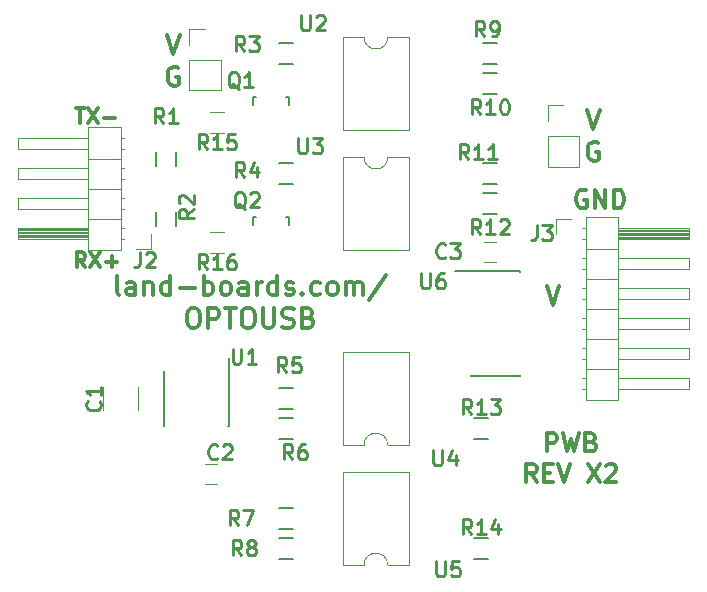
<source format=gbr>
G04 #@! TF.FileFunction,Legend,Top*
%FSLAX46Y46*%
G04 Gerber Fmt 4.6, Leading zero omitted, Abs format (unit mm)*
G04 Created by KiCad (PCBNEW 4.0.5) date 06/03/17 12:37:47*
%MOMM*%
%LPD*%
G01*
G04 APERTURE LIST*
%ADD10C,0.150000*%
%ADD11C,0.317500*%
%ADD12C,0.304800*%
%ADD13C,0.120000*%
%ADD14C,0.254000*%
G04 APERTURE END LIST*
D10*
D11*
X44555833Y-8576280D02*
X45085000Y-10163780D01*
X45614167Y-8576280D01*
X45500774Y-11350625D02*
X45349583Y-11275030D01*
X45122798Y-11275030D01*
X44896012Y-11350625D01*
X44744821Y-11501815D01*
X44669226Y-11653006D01*
X44593631Y-11955387D01*
X44593631Y-12182173D01*
X44669226Y-12484554D01*
X44744821Y-12635744D01*
X44896012Y-12786935D01*
X45122798Y-12862530D01*
X45273988Y-12862530D01*
X45500774Y-12786935D01*
X45576369Y-12711339D01*
X45576369Y-12182173D01*
X45273988Y-12182173D01*
X8995833Y-2226280D02*
X9525000Y-3813780D01*
X10054167Y-2226280D01*
X9940774Y-5000625D02*
X9789583Y-4925030D01*
X9562798Y-4925030D01*
X9336012Y-5000625D01*
X9184821Y-5151815D01*
X9109226Y-5303006D01*
X9033631Y-5605387D01*
X9033631Y-5832173D01*
X9109226Y-6134554D01*
X9184821Y-6285744D01*
X9336012Y-6436935D01*
X9562798Y-6512530D01*
X9713988Y-6512530D01*
X9940774Y-6436935D01*
X10016369Y-6361339D01*
X10016369Y-5832173D01*
X9713988Y-5832173D01*
D12*
X41148000Y-23507700D02*
X41656000Y-25107900D01*
X42164000Y-23507700D01*
D11*
X2050143Y-21910524D02*
X1626810Y-21305762D01*
X1324429Y-21910524D02*
X1324429Y-20640524D01*
X1808238Y-20640524D01*
X1929191Y-20701000D01*
X1989667Y-20761476D01*
X2050143Y-20882429D01*
X2050143Y-21063857D01*
X1989667Y-21184810D01*
X1929191Y-21245286D01*
X1808238Y-21305762D01*
X1324429Y-21305762D01*
X2473477Y-20640524D02*
X3320143Y-21910524D01*
X3320143Y-20640524D02*
X2473477Y-21910524D01*
X3803953Y-21426714D02*
X4771572Y-21426714D01*
X4287762Y-21910524D02*
X4287762Y-20942905D01*
X1294190Y-8448524D02*
X2019905Y-8448524D01*
X1657048Y-9718524D02*
X1657048Y-8448524D01*
X2322286Y-8448524D02*
X3168952Y-9718524D01*
X3168952Y-8448524D02*
X2322286Y-9718524D01*
X3652762Y-9234714D02*
X4620381Y-9234714D01*
D12*
X44495358Y-15392400D02*
X44350215Y-15316200D01*
X44132501Y-15316200D01*
X43914786Y-15392400D01*
X43769644Y-15544800D01*
X43697072Y-15697200D01*
X43624501Y-16002000D01*
X43624501Y-16230600D01*
X43697072Y-16535400D01*
X43769644Y-16687800D01*
X43914786Y-16840200D01*
X44132501Y-16916400D01*
X44277644Y-16916400D01*
X44495358Y-16840200D01*
X44567929Y-16764000D01*
X44567929Y-16230600D01*
X44277644Y-16230600D01*
X45221072Y-16916400D02*
X45221072Y-15316200D01*
X46091929Y-16916400D01*
X46091929Y-15316200D01*
X46817643Y-16916400D02*
X46817643Y-15316200D01*
X47180500Y-15316200D01*
X47398215Y-15392400D01*
X47543357Y-15544800D01*
X47615929Y-15697200D01*
X47688500Y-16002000D01*
X47688500Y-16230600D01*
X47615929Y-16535400D01*
X47543357Y-16687800D01*
X47398215Y-16840200D01*
X47180500Y-16916400D01*
X46817643Y-16916400D01*
X4956023Y-24248231D02*
X4798785Y-24169612D01*
X4720166Y-24012374D01*
X4720166Y-22597231D01*
X6292548Y-24248231D02*
X6292548Y-23383421D01*
X6213929Y-23226183D01*
X6056691Y-23147564D01*
X5742214Y-23147564D01*
X5584976Y-23226183D01*
X6292548Y-24169612D02*
X6135310Y-24248231D01*
X5742214Y-24248231D01*
X5584976Y-24169612D01*
X5506357Y-24012374D01*
X5506357Y-23855136D01*
X5584976Y-23697898D01*
X5742214Y-23619279D01*
X6135310Y-23619279D01*
X6292548Y-23540660D01*
X7078738Y-23147564D02*
X7078738Y-24248231D01*
X7078738Y-23304802D02*
X7157357Y-23226183D01*
X7314595Y-23147564D01*
X7550453Y-23147564D01*
X7707691Y-23226183D01*
X7786310Y-23383421D01*
X7786310Y-24248231D01*
X9280072Y-24248231D02*
X9280072Y-22597231D01*
X9280072Y-24169612D02*
X9122834Y-24248231D01*
X8808357Y-24248231D01*
X8651119Y-24169612D01*
X8572500Y-24090993D01*
X8493881Y-23933755D01*
X8493881Y-23462040D01*
X8572500Y-23304802D01*
X8651119Y-23226183D01*
X8808357Y-23147564D01*
X9122834Y-23147564D01*
X9280072Y-23226183D01*
X10066262Y-23619279D02*
X11324167Y-23619279D01*
X12110357Y-24248231D02*
X12110357Y-22597231D01*
X12110357Y-23226183D02*
X12267595Y-23147564D01*
X12582072Y-23147564D01*
X12739310Y-23226183D01*
X12817929Y-23304802D01*
X12896548Y-23462040D01*
X12896548Y-23933755D01*
X12817929Y-24090993D01*
X12739310Y-24169612D01*
X12582072Y-24248231D01*
X12267595Y-24248231D01*
X12110357Y-24169612D01*
X13839976Y-24248231D02*
X13682738Y-24169612D01*
X13604119Y-24090993D01*
X13525500Y-23933755D01*
X13525500Y-23462040D01*
X13604119Y-23304802D01*
X13682738Y-23226183D01*
X13839976Y-23147564D01*
X14075834Y-23147564D01*
X14233072Y-23226183D01*
X14311691Y-23304802D01*
X14390310Y-23462040D01*
X14390310Y-23933755D01*
X14311691Y-24090993D01*
X14233072Y-24169612D01*
X14075834Y-24248231D01*
X13839976Y-24248231D01*
X15805453Y-24248231D02*
X15805453Y-23383421D01*
X15726834Y-23226183D01*
X15569596Y-23147564D01*
X15255119Y-23147564D01*
X15097881Y-23226183D01*
X15805453Y-24169612D02*
X15648215Y-24248231D01*
X15255119Y-24248231D01*
X15097881Y-24169612D01*
X15019262Y-24012374D01*
X15019262Y-23855136D01*
X15097881Y-23697898D01*
X15255119Y-23619279D01*
X15648215Y-23619279D01*
X15805453Y-23540660D01*
X16591643Y-24248231D02*
X16591643Y-23147564D01*
X16591643Y-23462040D02*
X16670262Y-23304802D01*
X16748881Y-23226183D01*
X16906119Y-23147564D01*
X17063358Y-23147564D01*
X18321263Y-24248231D02*
X18321263Y-22597231D01*
X18321263Y-24169612D02*
X18164025Y-24248231D01*
X17849548Y-24248231D01*
X17692310Y-24169612D01*
X17613691Y-24090993D01*
X17535072Y-23933755D01*
X17535072Y-23462040D01*
X17613691Y-23304802D01*
X17692310Y-23226183D01*
X17849548Y-23147564D01*
X18164025Y-23147564D01*
X18321263Y-23226183D01*
X19028834Y-24169612D02*
X19186072Y-24248231D01*
X19500548Y-24248231D01*
X19657787Y-24169612D01*
X19736406Y-24012374D01*
X19736406Y-23933755D01*
X19657787Y-23776517D01*
X19500548Y-23697898D01*
X19264691Y-23697898D01*
X19107453Y-23619279D01*
X19028834Y-23462040D01*
X19028834Y-23383421D01*
X19107453Y-23226183D01*
X19264691Y-23147564D01*
X19500548Y-23147564D01*
X19657787Y-23226183D01*
X20443977Y-24090993D02*
X20522596Y-24169612D01*
X20443977Y-24248231D01*
X20365358Y-24169612D01*
X20443977Y-24090993D01*
X20443977Y-24248231D01*
X21937739Y-24169612D02*
X21780501Y-24248231D01*
X21466024Y-24248231D01*
X21308786Y-24169612D01*
X21230167Y-24090993D01*
X21151548Y-23933755D01*
X21151548Y-23462040D01*
X21230167Y-23304802D01*
X21308786Y-23226183D01*
X21466024Y-23147564D01*
X21780501Y-23147564D01*
X21937739Y-23226183D01*
X22881167Y-24248231D02*
X22723929Y-24169612D01*
X22645310Y-24090993D01*
X22566691Y-23933755D01*
X22566691Y-23462040D01*
X22645310Y-23304802D01*
X22723929Y-23226183D01*
X22881167Y-23147564D01*
X23117025Y-23147564D01*
X23274263Y-23226183D01*
X23352882Y-23304802D01*
X23431501Y-23462040D01*
X23431501Y-23933755D01*
X23352882Y-24090993D01*
X23274263Y-24169612D01*
X23117025Y-24248231D01*
X22881167Y-24248231D01*
X24139072Y-24248231D02*
X24139072Y-23147564D01*
X24139072Y-23304802D02*
X24217691Y-23226183D01*
X24374929Y-23147564D01*
X24610787Y-23147564D01*
X24768025Y-23226183D01*
X24846644Y-23383421D01*
X24846644Y-24248231D01*
X24846644Y-23383421D02*
X24925263Y-23226183D01*
X25082501Y-23147564D01*
X25318358Y-23147564D01*
X25475596Y-23226183D01*
X25554215Y-23383421D01*
X25554215Y-24248231D01*
X27519691Y-22518612D02*
X26104548Y-24641326D01*
X11049000Y-25378531D02*
X11363477Y-25378531D01*
X11520715Y-25457150D01*
X11677953Y-25614388D01*
X11756572Y-25928864D01*
X11756572Y-26479198D01*
X11677953Y-26793674D01*
X11520715Y-26950912D01*
X11363477Y-27029531D01*
X11049000Y-27029531D01*
X10891762Y-26950912D01*
X10734524Y-26793674D01*
X10655905Y-26479198D01*
X10655905Y-25928864D01*
X10734524Y-25614388D01*
X10891762Y-25457150D01*
X11049000Y-25378531D01*
X12464143Y-27029531D02*
X12464143Y-25378531D01*
X13093096Y-25378531D01*
X13250334Y-25457150D01*
X13328953Y-25535769D01*
X13407572Y-25693007D01*
X13407572Y-25928864D01*
X13328953Y-26086102D01*
X13250334Y-26164721D01*
X13093096Y-26243340D01*
X12464143Y-26243340D01*
X13879286Y-25378531D02*
X14822715Y-25378531D01*
X14351000Y-27029531D02*
X14351000Y-25378531D01*
X15687524Y-25378531D02*
X16002001Y-25378531D01*
X16159239Y-25457150D01*
X16316477Y-25614388D01*
X16395096Y-25928864D01*
X16395096Y-26479198D01*
X16316477Y-26793674D01*
X16159239Y-26950912D01*
X16002001Y-27029531D01*
X15687524Y-27029531D01*
X15530286Y-26950912D01*
X15373048Y-26793674D01*
X15294429Y-26479198D01*
X15294429Y-25928864D01*
X15373048Y-25614388D01*
X15530286Y-25457150D01*
X15687524Y-25378531D01*
X17102667Y-25378531D02*
X17102667Y-26715055D01*
X17181286Y-26872293D01*
X17259905Y-26950912D01*
X17417143Y-27029531D01*
X17731620Y-27029531D01*
X17888858Y-26950912D01*
X17967477Y-26872293D01*
X18046096Y-26715055D01*
X18046096Y-25378531D01*
X18753667Y-26950912D02*
X18989524Y-27029531D01*
X19382620Y-27029531D01*
X19539858Y-26950912D01*
X19618477Y-26872293D01*
X19697096Y-26715055D01*
X19697096Y-26557817D01*
X19618477Y-26400579D01*
X19539858Y-26321960D01*
X19382620Y-26243340D01*
X19068143Y-26164721D01*
X18910905Y-26086102D01*
X18832286Y-26007483D01*
X18753667Y-25850245D01*
X18753667Y-25693007D01*
X18832286Y-25535769D01*
X18910905Y-25457150D01*
X19068143Y-25378531D01*
X19461239Y-25378531D01*
X19697096Y-25457150D01*
X20955001Y-26164721D02*
X21190858Y-26243340D01*
X21269477Y-26321960D01*
X21348096Y-26479198D01*
X21348096Y-26715055D01*
X21269477Y-26872293D01*
X21190858Y-26950912D01*
X21033620Y-27029531D01*
X20404667Y-27029531D01*
X20404667Y-25378531D01*
X20955001Y-25378531D01*
X21112239Y-25457150D01*
X21190858Y-25535769D01*
X21269477Y-25693007D01*
X21269477Y-25850245D01*
X21190858Y-26007483D01*
X21112239Y-26086102D01*
X20955001Y-26164721D01*
X20404667Y-26164721D01*
X41148000Y-37494029D02*
X41148000Y-35970029D01*
X41728572Y-35970029D01*
X41873714Y-36042600D01*
X41946286Y-36115171D01*
X42018857Y-36260314D01*
X42018857Y-36478029D01*
X41946286Y-36623171D01*
X41873714Y-36695743D01*
X41728572Y-36768314D01*
X41148000Y-36768314D01*
X42526857Y-35970029D02*
X42889714Y-37494029D01*
X43180000Y-36405457D01*
X43470286Y-37494029D01*
X43833143Y-35970029D01*
X44921714Y-36695743D02*
X45139428Y-36768314D01*
X45212000Y-36840886D01*
X45284571Y-36986029D01*
X45284571Y-37203743D01*
X45212000Y-37348886D01*
X45139428Y-37421457D01*
X44994286Y-37494029D01*
X44413714Y-37494029D01*
X44413714Y-35970029D01*
X44921714Y-35970029D01*
X45066857Y-36042600D01*
X45139428Y-36115171D01*
X45212000Y-36260314D01*
X45212000Y-36405457D01*
X45139428Y-36550600D01*
X45066857Y-36623171D01*
X44921714Y-36695743D01*
X44413714Y-36695743D01*
X40277142Y-40084829D02*
X39769142Y-39359114D01*
X39406285Y-40084829D02*
X39406285Y-38560829D01*
X39986857Y-38560829D01*
X40131999Y-38633400D01*
X40204571Y-38705971D01*
X40277142Y-38851114D01*
X40277142Y-39068829D01*
X40204571Y-39213971D01*
X40131999Y-39286543D01*
X39986857Y-39359114D01*
X39406285Y-39359114D01*
X40930285Y-39286543D02*
X41438285Y-39286543D01*
X41655999Y-40084829D02*
X40930285Y-40084829D01*
X40930285Y-38560829D01*
X41655999Y-38560829D01*
X42091428Y-38560829D02*
X42599428Y-40084829D01*
X43107428Y-38560829D01*
X44631428Y-38560829D02*
X45647428Y-40084829D01*
X45647428Y-38560829D02*
X44631428Y-40084829D01*
X46155429Y-38705971D02*
X46228000Y-38633400D01*
X46373143Y-38560829D01*
X46736000Y-38560829D01*
X46881143Y-38633400D01*
X46953714Y-38705971D01*
X47026286Y-38851114D01*
X47026286Y-38996257D01*
X46953714Y-39213971D01*
X46082857Y-40084829D01*
X47026286Y-40084829D01*
D10*
X34755000Y-22220000D02*
X34755000Y-22245000D01*
X38905000Y-22220000D02*
X38905000Y-22335000D01*
X38905000Y-31120000D02*
X38905000Y-31005000D01*
X34755000Y-31120000D02*
X34755000Y-31005000D01*
X34755000Y-22220000D02*
X38905000Y-22220000D01*
X34755000Y-31120000D02*
X38905000Y-31120000D01*
X34755000Y-22245000D02*
X33380000Y-22245000D01*
X8015000Y-18380000D02*
X8015000Y-17180000D01*
X9765000Y-17180000D02*
X9765000Y-18380000D01*
X36160000Y-46595000D02*
X34960000Y-46595000D01*
X34960000Y-44845000D02*
X36160000Y-44845000D01*
X8015000Y-13300000D02*
X8015000Y-12100000D01*
X9765000Y-12100000D02*
X9765000Y-13300000D01*
X19650000Y-44055000D02*
X18450000Y-44055000D01*
X18450000Y-42305000D02*
X19650000Y-42305000D01*
X36160000Y-36435000D02*
X34960000Y-36435000D01*
X34960000Y-34685000D02*
X36160000Y-34685000D01*
X19650000Y-14845000D02*
X18450000Y-14845000D01*
X18450000Y-13095000D02*
X19650000Y-13095000D01*
X19650000Y-33895000D02*
X18450000Y-33895000D01*
X18450000Y-32145000D02*
X19650000Y-32145000D01*
X35722000Y-15635000D02*
X36922000Y-15635000D01*
X36922000Y-17385000D02*
X35722000Y-17385000D01*
X19650000Y-46595000D02*
X18450000Y-46595000D01*
X18450000Y-44845000D02*
X19650000Y-44845000D01*
X35722000Y-13095000D02*
X36922000Y-13095000D01*
X36922000Y-14845000D02*
X35722000Y-14845000D01*
X19650000Y-4685000D02*
X18450000Y-4685000D01*
X18450000Y-2935000D02*
X19650000Y-2935000D01*
X35722000Y-5475000D02*
X36922000Y-5475000D01*
X36922000Y-7225000D02*
X35722000Y-7225000D01*
X19650000Y-36435000D02*
X18450000Y-36435000D01*
X18450000Y-34685000D02*
X19650000Y-34685000D01*
X35722000Y-2935000D02*
X36922000Y-2935000D01*
X36922000Y-4685000D02*
X35722000Y-4685000D01*
D13*
X3600000Y-32020000D02*
X3600000Y-34020000D01*
X6560000Y-34020000D02*
X6560000Y-32020000D01*
X13200000Y-38520000D02*
X12200000Y-38520000D01*
X12200000Y-40220000D02*
X13200000Y-40220000D01*
X44460000Y-17660000D02*
X44460000Y-20320000D01*
X44460000Y-20320000D02*
X47200000Y-20320000D01*
X47200000Y-20320000D02*
X47200000Y-17660000D01*
X47200000Y-17660000D02*
X44460000Y-17660000D01*
X47200000Y-18610000D02*
X47200000Y-19490000D01*
X47200000Y-19490000D02*
X53200000Y-19490000D01*
X53200000Y-19490000D02*
X53200000Y-18610000D01*
X53200000Y-18610000D02*
X47200000Y-18610000D01*
X44150000Y-18610000D02*
X44460000Y-18610000D01*
X44150000Y-19490000D02*
X44460000Y-19490000D01*
X47200000Y-18730000D02*
X53200000Y-18730000D01*
X47200000Y-18850000D02*
X53200000Y-18850000D01*
X47200000Y-18970000D02*
X53200000Y-18970000D01*
X47200000Y-19090000D02*
X53200000Y-19090000D01*
X47200000Y-19210000D02*
X53200000Y-19210000D01*
X47200000Y-19330000D02*
X53200000Y-19330000D01*
X47200000Y-19450000D02*
X53200000Y-19450000D01*
X44460000Y-20320000D02*
X44460000Y-22860000D01*
X44460000Y-22860000D02*
X47200000Y-22860000D01*
X47200000Y-22860000D02*
X47200000Y-20320000D01*
X47200000Y-20320000D02*
X44460000Y-20320000D01*
X47200000Y-21150000D02*
X47200000Y-22030000D01*
X47200000Y-22030000D02*
X53200000Y-22030000D01*
X53200000Y-22030000D02*
X53200000Y-21150000D01*
X53200000Y-21150000D02*
X47200000Y-21150000D01*
X44150000Y-21150000D02*
X44460000Y-21150000D01*
X44150000Y-22030000D02*
X44460000Y-22030000D01*
X44460000Y-22860000D02*
X44460000Y-25400000D01*
X44460000Y-25400000D02*
X47200000Y-25400000D01*
X47200000Y-25400000D02*
X47200000Y-22860000D01*
X47200000Y-22860000D02*
X44460000Y-22860000D01*
X47200000Y-23690000D02*
X47200000Y-24570000D01*
X47200000Y-24570000D02*
X53200000Y-24570000D01*
X53200000Y-24570000D02*
X53200000Y-23690000D01*
X53200000Y-23690000D02*
X47200000Y-23690000D01*
X44150000Y-23690000D02*
X44460000Y-23690000D01*
X44150000Y-24570000D02*
X44460000Y-24570000D01*
X44460000Y-25400000D02*
X44460000Y-27940000D01*
X44460000Y-27940000D02*
X47200000Y-27940000D01*
X47200000Y-27940000D02*
X47200000Y-25400000D01*
X47200000Y-25400000D02*
X44460000Y-25400000D01*
X47200000Y-26230000D02*
X47200000Y-27110000D01*
X47200000Y-27110000D02*
X53200000Y-27110000D01*
X53200000Y-27110000D02*
X53200000Y-26230000D01*
X53200000Y-26230000D02*
X47200000Y-26230000D01*
X44150000Y-26230000D02*
X44460000Y-26230000D01*
X44150000Y-27110000D02*
X44460000Y-27110000D01*
X44460000Y-27940000D02*
X44460000Y-30480000D01*
X44460000Y-30480000D02*
X47200000Y-30480000D01*
X47200000Y-30480000D02*
X47200000Y-27940000D01*
X47200000Y-27940000D02*
X44460000Y-27940000D01*
X47200000Y-28770000D02*
X47200000Y-29650000D01*
X47200000Y-29650000D02*
X53200000Y-29650000D01*
X53200000Y-29650000D02*
X53200000Y-28770000D01*
X53200000Y-28770000D02*
X47200000Y-28770000D01*
X44150000Y-28770000D02*
X44460000Y-28770000D01*
X44150000Y-29650000D02*
X44460000Y-29650000D01*
X44460000Y-30480000D02*
X44460000Y-33140000D01*
X44460000Y-33140000D02*
X47200000Y-33140000D01*
X47200000Y-33140000D02*
X47200000Y-30480000D01*
X47200000Y-30480000D02*
X44460000Y-30480000D01*
X47200000Y-31310000D02*
X47200000Y-32190000D01*
X47200000Y-32190000D02*
X53200000Y-32190000D01*
X53200000Y-32190000D02*
X53200000Y-31310000D01*
X53200000Y-31310000D02*
X47200000Y-31310000D01*
X44150000Y-31310000D02*
X44460000Y-31310000D01*
X44150000Y-32190000D02*
X44460000Y-32190000D01*
X41910000Y-19050000D02*
X41910000Y-17780000D01*
X41910000Y-17780000D02*
X43180000Y-17780000D01*
X5070000Y-20440000D02*
X5070000Y-17780000D01*
X5070000Y-17780000D02*
X2330000Y-17780000D01*
X2330000Y-17780000D02*
X2330000Y-20440000D01*
X2330000Y-20440000D02*
X5070000Y-20440000D01*
X2330000Y-19490000D02*
X2330000Y-18610000D01*
X2330000Y-18610000D02*
X-3670000Y-18610000D01*
X-3670000Y-18610000D02*
X-3670000Y-19490000D01*
X-3670000Y-19490000D02*
X2330000Y-19490000D01*
X5380000Y-19490000D02*
X5070000Y-19490000D01*
X5380000Y-18610000D02*
X5070000Y-18610000D01*
X2330000Y-19370000D02*
X-3670000Y-19370000D01*
X2330000Y-19250000D02*
X-3670000Y-19250000D01*
X2330000Y-19130000D02*
X-3670000Y-19130000D01*
X2330000Y-19010000D02*
X-3670000Y-19010000D01*
X2330000Y-18890000D02*
X-3670000Y-18890000D01*
X2330000Y-18770000D02*
X-3670000Y-18770000D01*
X2330000Y-18650000D02*
X-3670000Y-18650000D01*
X5070000Y-17780000D02*
X5070000Y-15240000D01*
X5070000Y-15240000D02*
X2330000Y-15240000D01*
X2330000Y-15240000D02*
X2330000Y-17780000D01*
X2330000Y-17780000D02*
X5070000Y-17780000D01*
X2330000Y-16950000D02*
X2330000Y-16070000D01*
X2330000Y-16070000D02*
X-3670000Y-16070000D01*
X-3670000Y-16070000D02*
X-3670000Y-16950000D01*
X-3670000Y-16950000D02*
X2330000Y-16950000D01*
X5380000Y-16950000D02*
X5070000Y-16950000D01*
X5380000Y-16070000D02*
X5070000Y-16070000D01*
X5070000Y-15240000D02*
X5070000Y-12700000D01*
X5070000Y-12700000D02*
X2330000Y-12700000D01*
X2330000Y-12700000D02*
X2330000Y-15240000D01*
X2330000Y-15240000D02*
X5070000Y-15240000D01*
X2330000Y-14410000D02*
X2330000Y-13530000D01*
X2330000Y-13530000D02*
X-3670000Y-13530000D01*
X-3670000Y-13530000D02*
X-3670000Y-14410000D01*
X-3670000Y-14410000D02*
X2330000Y-14410000D01*
X5380000Y-14410000D02*
X5070000Y-14410000D01*
X5380000Y-13530000D02*
X5070000Y-13530000D01*
X5070000Y-12700000D02*
X5070000Y-10040000D01*
X5070000Y-10040000D02*
X2330000Y-10040000D01*
X2330000Y-10040000D02*
X2330000Y-12700000D01*
X2330000Y-12700000D02*
X5070000Y-12700000D01*
X2330000Y-11870000D02*
X2330000Y-10990000D01*
X2330000Y-10990000D02*
X-3670000Y-10990000D01*
X-3670000Y-10990000D02*
X-3670000Y-11870000D01*
X-3670000Y-11870000D02*
X2330000Y-11870000D01*
X5380000Y-11870000D02*
X5070000Y-11870000D01*
X5380000Y-10990000D02*
X5070000Y-10990000D01*
X7620000Y-19050000D02*
X7620000Y-20320000D01*
X7620000Y-20320000D02*
X6350000Y-20320000D01*
D10*
X14230000Y-35320000D02*
X14130000Y-35320000D01*
X8705000Y-35345000D02*
X8730000Y-35345000D01*
X8705000Y-30695000D02*
X8730000Y-30695000D01*
X14230000Y-29620000D02*
X14230000Y-35320000D01*
X8705000Y-30695000D02*
X8705000Y-35345000D01*
D13*
X25670000Y-36950000D02*
G75*
G02X27670000Y-36950000I1000000J0D01*
G01*
X27670000Y-36950000D02*
X29440000Y-36950000D01*
X29440000Y-36950000D02*
X29440000Y-29090000D01*
X29440000Y-29090000D02*
X23900000Y-29090000D01*
X23900000Y-29090000D02*
X23900000Y-36950000D01*
X23900000Y-36950000D02*
X25670000Y-36950000D01*
X27670000Y-2420000D02*
G75*
G02X25670000Y-2420000I-1000000J0D01*
G01*
X25670000Y-2420000D02*
X23900000Y-2420000D01*
X23900000Y-2420000D02*
X23900000Y-10280000D01*
X23900000Y-10280000D02*
X29440000Y-10280000D01*
X29440000Y-10280000D02*
X29440000Y-2420000D01*
X29440000Y-2420000D02*
X27670000Y-2420000D01*
X25670000Y-47110000D02*
G75*
G02X27670000Y-47110000I1000000J0D01*
G01*
X27670000Y-47110000D02*
X29440000Y-47110000D01*
X29440000Y-47110000D02*
X29440000Y-39250000D01*
X29440000Y-39250000D02*
X23900000Y-39250000D01*
X23900000Y-39250000D02*
X23900000Y-47110000D01*
X23900000Y-47110000D02*
X25670000Y-47110000D01*
X27670000Y-12580000D02*
G75*
G02X25670000Y-12580000I-1000000J0D01*
G01*
X25670000Y-12580000D02*
X23900000Y-12580000D01*
X23900000Y-12580000D02*
X23900000Y-20440000D01*
X23900000Y-20440000D02*
X29440000Y-20440000D01*
X29440000Y-20440000D02*
X29440000Y-12580000D01*
X29440000Y-12580000D02*
X27670000Y-12580000D01*
D10*
X16280180Y-18338800D02*
X16280180Y-17637760D01*
X16280180Y-17637760D02*
X16529100Y-17637760D01*
X19079160Y-17637760D02*
X19279820Y-17637760D01*
X19279820Y-17637760D02*
X19279820Y-18338800D01*
X16280180Y-8178800D02*
X16280180Y-7477760D01*
X16280180Y-7477760D02*
X16529100Y-7477760D01*
X19079160Y-7477760D02*
X19279820Y-7477760D01*
X19279820Y-7477760D02*
X19279820Y-8178800D01*
D13*
X36822000Y-19724000D02*
X35822000Y-19724000D01*
X35822000Y-21424000D02*
X36822000Y-21424000D01*
X12608000Y-8772000D02*
X13808000Y-8772000D01*
X13808000Y-10532000D02*
X12608000Y-10532000D01*
X12608000Y-18932000D02*
X13808000Y-18932000D01*
X13808000Y-20692000D02*
X12608000Y-20692000D01*
X10862000Y-4318000D02*
X10862000Y-6918000D01*
X10862000Y-6918000D02*
X13522000Y-6918000D01*
X13522000Y-6918000D02*
X13522000Y-4318000D01*
X13522000Y-4318000D02*
X10862000Y-4318000D01*
X10862000Y-3048000D02*
X10862000Y-1718000D01*
X10862000Y-1718000D02*
X12192000Y-1718000D01*
X41215000Y-10795000D02*
X41215000Y-13395000D01*
X41215000Y-13395000D02*
X43875000Y-13395000D01*
X43875000Y-13395000D02*
X43875000Y-10795000D01*
X43875000Y-10795000D02*
X41215000Y-10795000D01*
X41215000Y-9525000D02*
X41215000Y-8195000D01*
X41215000Y-8195000D02*
X42545000Y-8195000D01*
D14*
X30528381Y-22418524D02*
X30528381Y-23446619D01*
X30588857Y-23567571D01*
X30649333Y-23628048D01*
X30770286Y-23688524D01*
X31012190Y-23688524D01*
X31133143Y-23628048D01*
X31193619Y-23567571D01*
X31254095Y-23446619D01*
X31254095Y-22418524D01*
X32403143Y-22418524D02*
X32161238Y-22418524D01*
X32040286Y-22479000D01*
X31979809Y-22539476D01*
X31858857Y-22720905D01*
X31798381Y-22962810D01*
X31798381Y-23446619D01*
X31858857Y-23567571D01*
X31919333Y-23628048D01*
X32040286Y-23688524D01*
X32282190Y-23688524D01*
X32403143Y-23628048D01*
X32463619Y-23567571D01*
X32524095Y-23446619D01*
X32524095Y-23144238D01*
X32463619Y-23023286D01*
X32403143Y-22962810D01*
X32282190Y-22902333D01*
X32040286Y-22902333D01*
X31919333Y-22962810D01*
X31858857Y-23023286D01*
X31798381Y-23144238D01*
X11242524Y-16975667D02*
X10637762Y-17399000D01*
X11242524Y-17701381D02*
X9972524Y-17701381D01*
X9972524Y-17217572D01*
X10033000Y-17096619D01*
X10093476Y-17036143D01*
X10214429Y-16975667D01*
X10395857Y-16975667D01*
X10516810Y-17036143D01*
X10577286Y-17096619D01*
X10637762Y-17217572D01*
X10637762Y-17701381D01*
X10093476Y-16491857D02*
X10033000Y-16431381D01*
X9972524Y-16310429D01*
X9972524Y-16008048D01*
X10033000Y-15887095D01*
X10093476Y-15826619D01*
X10214429Y-15766143D01*
X10335381Y-15766143D01*
X10516810Y-15826619D01*
X11242524Y-16552333D01*
X11242524Y-15766143D01*
X34743571Y-44516524D02*
X34320238Y-43911762D01*
X34017857Y-44516524D02*
X34017857Y-43246524D01*
X34501666Y-43246524D01*
X34622619Y-43307000D01*
X34683095Y-43367476D01*
X34743571Y-43488429D01*
X34743571Y-43669857D01*
X34683095Y-43790810D01*
X34622619Y-43851286D01*
X34501666Y-43911762D01*
X34017857Y-43911762D01*
X35953095Y-44516524D02*
X35227381Y-44516524D01*
X35590238Y-44516524D02*
X35590238Y-43246524D01*
X35469286Y-43427952D01*
X35348333Y-43548905D01*
X35227381Y-43609381D01*
X37041667Y-43669857D02*
X37041667Y-44516524D01*
X36739286Y-43186048D02*
X36436905Y-44093190D01*
X37223095Y-44093190D01*
X8678333Y-9718524D02*
X8255000Y-9113762D01*
X7952619Y-9718524D02*
X7952619Y-8448524D01*
X8436428Y-8448524D01*
X8557381Y-8509000D01*
X8617857Y-8569476D01*
X8678333Y-8690429D01*
X8678333Y-8871857D01*
X8617857Y-8992810D01*
X8557381Y-9053286D01*
X8436428Y-9113762D01*
X7952619Y-9113762D01*
X9887857Y-9718524D02*
X9162143Y-9718524D01*
X9525000Y-9718524D02*
X9525000Y-8448524D01*
X9404048Y-8629952D01*
X9283095Y-8750905D01*
X9162143Y-8811381D01*
X15028333Y-43754524D02*
X14605000Y-43149762D01*
X14302619Y-43754524D02*
X14302619Y-42484524D01*
X14786428Y-42484524D01*
X14907381Y-42545000D01*
X14967857Y-42605476D01*
X15028333Y-42726429D01*
X15028333Y-42907857D01*
X14967857Y-43028810D01*
X14907381Y-43089286D01*
X14786428Y-43149762D01*
X14302619Y-43149762D01*
X15451667Y-42484524D02*
X16298333Y-42484524D01*
X15754048Y-43754524D01*
X34743571Y-34356524D02*
X34320238Y-33751762D01*
X34017857Y-34356524D02*
X34017857Y-33086524D01*
X34501666Y-33086524D01*
X34622619Y-33147000D01*
X34683095Y-33207476D01*
X34743571Y-33328429D01*
X34743571Y-33509857D01*
X34683095Y-33630810D01*
X34622619Y-33691286D01*
X34501666Y-33751762D01*
X34017857Y-33751762D01*
X35953095Y-34356524D02*
X35227381Y-34356524D01*
X35590238Y-34356524D02*
X35590238Y-33086524D01*
X35469286Y-33267952D01*
X35348333Y-33388905D01*
X35227381Y-33449381D01*
X36376429Y-33086524D02*
X37162619Y-33086524D01*
X36739286Y-33570333D01*
X36920714Y-33570333D01*
X37041667Y-33630810D01*
X37102143Y-33691286D01*
X37162619Y-33812238D01*
X37162619Y-34114619D01*
X37102143Y-34235571D01*
X37041667Y-34296048D01*
X36920714Y-34356524D01*
X36557857Y-34356524D01*
X36436905Y-34296048D01*
X36376429Y-34235571D01*
X15536333Y-14290524D02*
X15113000Y-13685762D01*
X14810619Y-14290524D02*
X14810619Y-13020524D01*
X15294428Y-13020524D01*
X15415381Y-13081000D01*
X15475857Y-13141476D01*
X15536333Y-13262429D01*
X15536333Y-13443857D01*
X15475857Y-13564810D01*
X15415381Y-13625286D01*
X15294428Y-13685762D01*
X14810619Y-13685762D01*
X16624905Y-13443857D02*
X16624905Y-14290524D01*
X16322524Y-12960048D02*
X16020143Y-13867190D01*
X16806333Y-13867190D01*
X19092333Y-30800524D02*
X18669000Y-30195762D01*
X18366619Y-30800524D02*
X18366619Y-29530524D01*
X18850428Y-29530524D01*
X18971381Y-29591000D01*
X19031857Y-29651476D01*
X19092333Y-29772429D01*
X19092333Y-29953857D01*
X19031857Y-30074810D01*
X18971381Y-30135286D01*
X18850428Y-30195762D01*
X18366619Y-30195762D01*
X20241381Y-29530524D02*
X19636619Y-29530524D01*
X19576143Y-30135286D01*
X19636619Y-30074810D01*
X19757571Y-30014333D01*
X20059952Y-30014333D01*
X20180905Y-30074810D01*
X20241381Y-30135286D01*
X20301857Y-30256238D01*
X20301857Y-30558619D01*
X20241381Y-30679571D01*
X20180905Y-30740048D01*
X20059952Y-30800524D01*
X19757571Y-30800524D01*
X19636619Y-30740048D01*
X19576143Y-30679571D01*
X35505571Y-19116524D02*
X35082238Y-18511762D01*
X34779857Y-19116524D02*
X34779857Y-17846524D01*
X35263666Y-17846524D01*
X35384619Y-17907000D01*
X35445095Y-17967476D01*
X35505571Y-18088429D01*
X35505571Y-18269857D01*
X35445095Y-18390810D01*
X35384619Y-18451286D01*
X35263666Y-18511762D01*
X34779857Y-18511762D01*
X36715095Y-19116524D02*
X35989381Y-19116524D01*
X36352238Y-19116524D02*
X36352238Y-17846524D01*
X36231286Y-18027952D01*
X36110333Y-18148905D01*
X35989381Y-18209381D01*
X37198905Y-17967476D02*
X37259381Y-17907000D01*
X37380333Y-17846524D01*
X37682714Y-17846524D01*
X37803667Y-17907000D01*
X37864143Y-17967476D01*
X37924619Y-18088429D01*
X37924619Y-18209381D01*
X37864143Y-18390810D01*
X37138429Y-19116524D01*
X37924619Y-19116524D01*
X15282333Y-46294524D02*
X14859000Y-45689762D01*
X14556619Y-46294524D02*
X14556619Y-45024524D01*
X15040428Y-45024524D01*
X15161381Y-45085000D01*
X15221857Y-45145476D01*
X15282333Y-45266429D01*
X15282333Y-45447857D01*
X15221857Y-45568810D01*
X15161381Y-45629286D01*
X15040428Y-45689762D01*
X14556619Y-45689762D01*
X16008048Y-45568810D02*
X15887095Y-45508333D01*
X15826619Y-45447857D01*
X15766143Y-45326905D01*
X15766143Y-45266429D01*
X15826619Y-45145476D01*
X15887095Y-45085000D01*
X16008048Y-45024524D01*
X16249952Y-45024524D01*
X16370905Y-45085000D01*
X16431381Y-45145476D01*
X16491857Y-45266429D01*
X16491857Y-45326905D01*
X16431381Y-45447857D01*
X16370905Y-45508333D01*
X16249952Y-45568810D01*
X16008048Y-45568810D01*
X15887095Y-45629286D01*
X15826619Y-45689762D01*
X15766143Y-45810714D01*
X15766143Y-46052619D01*
X15826619Y-46173571D01*
X15887095Y-46234048D01*
X16008048Y-46294524D01*
X16249952Y-46294524D01*
X16370905Y-46234048D01*
X16431381Y-46173571D01*
X16491857Y-46052619D01*
X16491857Y-45810714D01*
X16431381Y-45689762D01*
X16370905Y-45629286D01*
X16249952Y-45568810D01*
X34489571Y-12766524D02*
X34066238Y-12161762D01*
X33763857Y-12766524D02*
X33763857Y-11496524D01*
X34247666Y-11496524D01*
X34368619Y-11557000D01*
X34429095Y-11617476D01*
X34489571Y-11738429D01*
X34489571Y-11919857D01*
X34429095Y-12040810D01*
X34368619Y-12101286D01*
X34247666Y-12161762D01*
X33763857Y-12161762D01*
X35699095Y-12766524D02*
X34973381Y-12766524D01*
X35336238Y-12766524D02*
X35336238Y-11496524D01*
X35215286Y-11677952D01*
X35094333Y-11798905D01*
X34973381Y-11859381D01*
X36908619Y-12766524D02*
X36182905Y-12766524D01*
X36545762Y-12766524D02*
X36545762Y-11496524D01*
X36424810Y-11677952D01*
X36303857Y-11798905D01*
X36182905Y-11859381D01*
X15536333Y-3622524D02*
X15113000Y-3017762D01*
X14810619Y-3622524D02*
X14810619Y-2352524D01*
X15294428Y-2352524D01*
X15415381Y-2413000D01*
X15475857Y-2473476D01*
X15536333Y-2594429D01*
X15536333Y-2775857D01*
X15475857Y-2896810D01*
X15415381Y-2957286D01*
X15294428Y-3017762D01*
X14810619Y-3017762D01*
X15959667Y-2352524D02*
X16745857Y-2352524D01*
X16322524Y-2836333D01*
X16503952Y-2836333D01*
X16624905Y-2896810D01*
X16685381Y-2957286D01*
X16745857Y-3078238D01*
X16745857Y-3380619D01*
X16685381Y-3501571D01*
X16624905Y-3562048D01*
X16503952Y-3622524D01*
X16141095Y-3622524D01*
X16020143Y-3562048D01*
X15959667Y-3501571D01*
X35505571Y-8956524D02*
X35082238Y-8351762D01*
X34779857Y-8956524D02*
X34779857Y-7686524D01*
X35263666Y-7686524D01*
X35384619Y-7747000D01*
X35445095Y-7807476D01*
X35505571Y-7928429D01*
X35505571Y-8109857D01*
X35445095Y-8230810D01*
X35384619Y-8291286D01*
X35263666Y-8351762D01*
X34779857Y-8351762D01*
X36715095Y-8956524D02*
X35989381Y-8956524D01*
X36352238Y-8956524D02*
X36352238Y-7686524D01*
X36231286Y-7867952D01*
X36110333Y-7988905D01*
X35989381Y-8049381D01*
X37501286Y-7686524D02*
X37622238Y-7686524D01*
X37743190Y-7747000D01*
X37803667Y-7807476D01*
X37864143Y-7928429D01*
X37924619Y-8170333D01*
X37924619Y-8472714D01*
X37864143Y-8714619D01*
X37803667Y-8835571D01*
X37743190Y-8896048D01*
X37622238Y-8956524D01*
X37501286Y-8956524D01*
X37380333Y-8896048D01*
X37319857Y-8835571D01*
X37259381Y-8714619D01*
X37198905Y-8472714D01*
X37198905Y-8170333D01*
X37259381Y-7928429D01*
X37319857Y-7807476D01*
X37380333Y-7747000D01*
X37501286Y-7686524D01*
X19600333Y-38166524D02*
X19177000Y-37561762D01*
X18874619Y-38166524D02*
X18874619Y-36896524D01*
X19358428Y-36896524D01*
X19479381Y-36957000D01*
X19539857Y-37017476D01*
X19600333Y-37138429D01*
X19600333Y-37319857D01*
X19539857Y-37440810D01*
X19479381Y-37501286D01*
X19358428Y-37561762D01*
X18874619Y-37561762D01*
X20688905Y-36896524D02*
X20447000Y-36896524D01*
X20326048Y-36957000D01*
X20265571Y-37017476D01*
X20144619Y-37198905D01*
X20084143Y-37440810D01*
X20084143Y-37924619D01*
X20144619Y-38045571D01*
X20205095Y-38106048D01*
X20326048Y-38166524D01*
X20567952Y-38166524D01*
X20688905Y-38106048D01*
X20749381Y-38045571D01*
X20809857Y-37924619D01*
X20809857Y-37622238D01*
X20749381Y-37501286D01*
X20688905Y-37440810D01*
X20567952Y-37380333D01*
X20326048Y-37380333D01*
X20205095Y-37440810D01*
X20144619Y-37501286D01*
X20084143Y-37622238D01*
X35856333Y-2352524D02*
X35433000Y-1747762D01*
X35130619Y-2352524D02*
X35130619Y-1082524D01*
X35614428Y-1082524D01*
X35735381Y-1143000D01*
X35795857Y-1203476D01*
X35856333Y-1324429D01*
X35856333Y-1505857D01*
X35795857Y-1626810D01*
X35735381Y-1687286D01*
X35614428Y-1747762D01*
X35130619Y-1747762D01*
X36461095Y-2352524D02*
X36703000Y-2352524D01*
X36823952Y-2292048D01*
X36884428Y-2231571D01*
X37005381Y-2050143D01*
X37065857Y-1808238D01*
X37065857Y-1324429D01*
X37005381Y-1203476D01*
X36944905Y-1143000D01*
X36823952Y-1082524D01*
X36582048Y-1082524D01*
X36461095Y-1143000D01*
X36400619Y-1203476D01*
X36340143Y-1324429D01*
X36340143Y-1626810D01*
X36400619Y-1747762D01*
X36461095Y-1808238D01*
X36582048Y-1868714D01*
X36823952Y-1868714D01*
X36944905Y-1808238D01*
X37005381Y-1747762D01*
X37065857Y-1626810D01*
X3283571Y-33231667D02*
X3344048Y-33292143D01*
X3404524Y-33473572D01*
X3404524Y-33594524D01*
X3344048Y-33775952D01*
X3223095Y-33896905D01*
X3102143Y-33957381D01*
X2860238Y-34017857D01*
X2678810Y-34017857D01*
X2436905Y-33957381D01*
X2315952Y-33896905D01*
X2195000Y-33775952D01*
X2134524Y-33594524D01*
X2134524Y-33473572D01*
X2195000Y-33292143D01*
X2255476Y-33231667D01*
X3404524Y-32022143D02*
X3404524Y-32747857D01*
X3404524Y-32385000D02*
X2134524Y-32385000D01*
X2315952Y-32505952D01*
X2436905Y-32626905D01*
X2497381Y-32747857D01*
X13250333Y-38045571D02*
X13189857Y-38106048D01*
X13008428Y-38166524D01*
X12887476Y-38166524D01*
X12706048Y-38106048D01*
X12585095Y-37985095D01*
X12524619Y-37864143D01*
X12464143Y-37622238D01*
X12464143Y-37440810D01*
X12524619Y-37198905D01*
X12585095Y-37077952D01*
X12706048Y-36957000D01*
X12887476Y-36896524D01*
X13008428Y-36896524D01*
X13189857Y-36957000D01*
X13250333Y-37017476D01*
X13734143Y-37017476D02*
X13794619Y-36957000D01*
X13915571Y-36896524D01*
X14217952Y-36896524D01*
X14338905Y-36957000D01*
X14399381Y-37017476D01*
X14459857Y-37138429D01*
X14459857Y-37259381D01*
X14399381Y-37440810D01*
X13673667Y-38166524D01*
X14459857Y-38166524D01*
X40280167Y-18354524D02*
X40280167Y-19261667D01*
X40219691Y-19443095D01*
X40098739Y-19564048D01*
X39917310Y-19624524D01*
X39796358Y-19624524D01*
X40763977Y-18354524D02*
X41550167Y-18354524D01*
X41126834Y-18838333D01*
X41308262Y-18838333D01*
X41429215Y-18898810D01*
X41489691Y-18959286D01*
X41550167Y-19080238D01*
X41550167Y-19382619D01*
X41489691Y-19503571D01*
X41429215Y-19564048D01*
X41308262Y-19624524D01*
X40945405Y-19624524D01*
X40824453Y-19564048D01*
X40763977Y-19503571D01*
X6688667Y-20640524D02*
X6688667Y-21547667D01*
X6628191Y-21729095D01*
X6507239Y-21850048D01*
X6325810Y-21910524D01*
X6204858Y-21910524D01*
X7232953Y-20761476D02*
X7293429Y-20701000D01*
X7414381Y-20640524D01*
X7716762Y-20640524D01*
X7837715Y-20701000D01*
X7898191Y-20761476D01*
X7958667Y-20882429D01*
X7958667Y-21003381D01*
X7898191Y-21184810D01*
X7172477Y-21910524D01*
X7958667Y-21910524D01*
X14532381Y-28804524D02*
X14532381Y-29832619D01*
X14592857Y-29953571D01*
X14653333Y-30014048D01*
X14774286Y-30074524D01*
X15016190Y-30074524D01*
X15137143Y-30014048D01*
X15197619Y-29953571D01*
X15258095Y-29832619D01*
X15258095Y-28804524D01*
X16528095Y-30074524D02*
X15802381Y-30074524D01*
X16165238Y-30074524D02*
X16165238Y-28804524D01*
X16044286Y-28985952D01*
X15923333Y-29106905D01*
X15802381Y-29167381D01*
X31544381Y-37404524D02*
X31544381Y-38432619D01*
X31604857Y-38553571D01*
X31665333Y-38614048D01*
X31786286Y-38674524D01*
X32028190Y-38674524D01*
X32149143Y-38614048D01*
X32209619Y-38553571D01*
X32270095Y-38432619D01*
X32270095Y-37404524D01*
X33419143Y-37827857D02*
X33419143Y-38674524D01*
X33116762Y-37344048D02*
X32814381Y-38251190D01*
X33600571Y-38251190D01*
X20368381Y-574524D02*
X20368381Y-1602619D01*
X20428857Y-1723571D01*
X20489333Y-1784048D01*
X20610286Y-1844524D01*
X20852190Y-1844524D01*
X20973143Y-1784048D01*
X21033619Y-1723571D01*
X21094095Y-1602619D01*
X21094095Y-574524D01*
X21638381Y-695476D02*
X21698857Y-635000D01*
X21819809Y-574524D01*
X22122190Y-574524D01*
X22243143Y-635000D01*
X22303619Y-695476D01*
X22364095Y-816429D01*
X22364095Y-937381D01*
X22303619Y-1118810D01*
X21577905Y-1844524D01*
X22364095Y-1844524D01*
X31798381Y-46802524D02*
X31798381Y-47830619D01*
X31858857Y-47951571D01*
X31919333Y-48012048D01*
X32040286Y-48072524D01*
X32282190Y-48072524D01*
X32403143Y-48012048D01*
X32463619Y-47951571D01*
X32524095Y-47830619D01*
X32524095Y-46802524D01*
X33733619Y-46802524D02*
X33128857Y-46802524D01*
X33068381Y-47407286D01*
X33128857Y-47346810D01*
X33249809Y-47286333D01*
X33552190Y-47286333D01*
X33673143Y-47346810D01*
X33733619Y-47407286D01*
X33794095Y-47528238D01*
X33794095Y-47830619D01*
X33733619Y-47951571D01*
X33673143Y-48012048D01*
X33552190Y-48072524D01*
X33249809Y-48072524D01*
X33128857Y-48012048D01*
X33068381Y-47951571D01*
X20114381Y-10988524D02*
X20114381Y-12016619D01*
X20174857Y-12137571D01*
X20235333Y-12198048D01*
X20356286Y-12258524D01*
X20598190Y-12258524D01*
X20719143Y-12198048D01*
X20779619Y-12137571D01*
X20840095Y-12016619D01*
X20840095Y-10988524D01*
X21323905Y-10988524D02*
X22110095Y-10988524D01*
X21686762Y-11472333D01*
X21868190Y-11472333D01*
X21989143Y-11532810D01*
X22049619Y-11593286D01*
X22110095Y-11714238D01*
X22110095Y-12016619D01*
X22049619Y-12137571D01*
X21989143Y-12198048D01*
X21868190Y-12258524D01*
X21505333Y-12258524D01*
X21384381Y-12198048D01*
X21323905Y-12137571D01*
X15627048Y-16951476D02*
X15506095Y-16891000D01*
X15385143Y-16770048D01*
X15203714Y-16588619D01*
X15082762Y-16528143D01*
X14961810Y-16528143D01*
X15022286Y-16830524D02*
X14901333Y-16770048D01*
X14780381Y-16649095D01*
X14719905Y-16407190D01*
X14719905Y-15983857D01*
X14780381Y-15741952D01*
X14901333Y-15621000D01*
X15022286Y-15560524D01*
X15264190Y-15560524D01*
X15385143Y-15621000D01*
X15506095Y-15741952D01*
X15566571Y-15983857D01*
X15566571Y-16407190D01*
X15506095Y-16649095D01*
X15385143Y-16770048D01*
X15264190Y-16830524D01*
X15022286Y-16830524D01*
X16050381Y-15681476D02*
X16110857Y-15621000D01*
X16231809Y-15560524D01*
X16534190Y-15560524D01*
X16655143Y-15621000D01*
X16715619Y-15681476D01*
X16776095Y-15802429D01*
X16776095Y-15923381D01*
X16715619Y-16104810D01*
X15989905Y-16830524D01*
X16776095Y-16830524D01*
X15119048Y-6791476D02*
X14998095Y-6731000D01*
X14877143Y-6610048D01*
X14695714Y-6428619D01*
X14574762Y-6368143D01*
X14453810Y-6368143D01*
X14514286Y-6670524D02*
X14393333Y-6610048D01*
X14272381Y-6489095D01*
X14211905Y-6247190D01*
X14211905Y-5823857D01*
X14272381Y-5581952D01*
X14393333Y-5461000D01*
X14514286Y-5400524D01*
X14756190Y-5400524D01*
X14877143Y-5461000D01*
X14998095Y-5581952D01*
X15058571Y-5823857D01*
X15058571Y-6247190D01*
X14998095Y-6489095D01*
X14877143Y-6610048D01*
X14756190Y-6670524D01*
X14514286Y-6670524D01*
X16268095Y-6670524D02*
X15542381Y-6670524D01*
X15905238Y-6670524D02*
X15905238Y-5400524D01*
X15784286Y-5581952D01*
X15663333Y-5702905D01*
X15542381Y-5763381D01*
X32554333Y-21027571D02*
X32493857Y-21088048D01*
X32312428Y-21148524D01*
X32191476Y-21148524D01*
X32010048Y-21088048D01*
X31889095Y-20967095D01*
X31828619Y-20846143D01*
X31768143Y-20604238D01*
X31768143Y-20422810D01*
X31828619Y-20180905D01*
X31889095Y-20059952D01*
X32010048Y-19939000D01*
X32191476Y-19878524D01*
X32312428Y-19878524D01*
X32493857Y-19939000D01*
X32554333Y-19999476D01*
X32977667Y-19878524D02*
X33763857Y-19878524D01*
X33340524Y-20362333D01*
X33521952Y-20362333D01*
X33642905Y-20422810D01*
X33703381Y-20483286D01*
X33763857Y-20604238D01*
X33763857Y-20906619D01*
X33703381Y-21027571D01*
X33642905Y-21088048D01*
X33521952Y-21148524D01*
X33159095Y-21148524D01*
X33038143Y-21088048D01*
X32977667Y-21027571D01*
X12391571Y-11926524D02*
X11968238Y-11321762D01*
X11665857Y-11926524D02*
X11665857Y-10656524D01*
X12149666Y-10656524D01*
X12270619Y-10717000D01*
X12331095Y-10777476D01*
X12391571Y-10898429D01*
X12391571Y-11079857D01*
X12331095Y-11200810D01*
X12270619Y-11261286D01*
X12149666Y-11321762D01*
X11665857Y-11321762D01*
X13601095Y-11926524D02*
X12875381Y-11926524D01*
X13238238Y-11926524D02*
X13238238Y-10656524D01*
X13117286Y-10837952D01*
X12996333Y-10958905D01*
X12875381Y-11019381D01*
X14750143Y-10656524D02*
X14145381Y-10656524D01*
X14084905Y-11261286D01*
X14145381Y-11200810D01*
X14266333Y-11140333D01*
X14568714Y-11140333D01*
X14689667Y-11200810D01*
X14750143Y-11261286D01*
X14810619Y-11382238D01*
X14810619Y-11684619D01*
X14750143Y-11805571D01*
X14689667Y-11866048D01*
X14568714Y-11926524D01*
X14266333Y-11926524D01*
X14145381Y-11866048D01*
X14084905Y-11805571D01*
X12391571Y-22086524D02*
X11968238Y-21481762D01*
X11665857Y-22086524D02*
X11665857Y-20816524D01*
X12149666Y-20816524D01*
X12270619Y-20877000D01*
X12331095Y-20937476D01*
X12391571Y-21058429D01*
X12391571Y-21239857D01*
X12331095Y-21360810D01*
X12270619Y-21421286D01*
X12149666Y-21481762D01*
X11665857Y-21481762D01*
X13601095Y-22086524D02*
X12875381Y-22086524D01*
X13238238Y-22086524D02*
X13238238Y-20816524D01*
X13117286Y-20997952D01*
X12996333Y-21118905D01*
X12875381Y-21179381D01*
X14689667Y-20816524D02*
X14447762Y-20816524D01*
X14326810Y-20877000D01*
X14266333Y-20937476D01*
X14145381Y-21118905D01*
X14084905Y-21360810D01*
X14084905Y-21844619D01*
X14145381Y-21965571D01*
X14205857Y-22026048D01*
X14326810Y-22086524D01*
X14568714Y-22086524D01*
X14689667Y-22026048D01*
X14750143Y-21965571D01*
X14810619Y-21844619D01*
X14810619Y-21542238D01*
X14750143Y-21421286D01*
X14689667Y-21360810D01*
X14568714Y-21300333D01*
X14326810Y-21300333D01*
X14205857Y-21360810D01*
X14145381Y-21421286D01*
X14084905Y-21542238D01*
M02*

</source>
